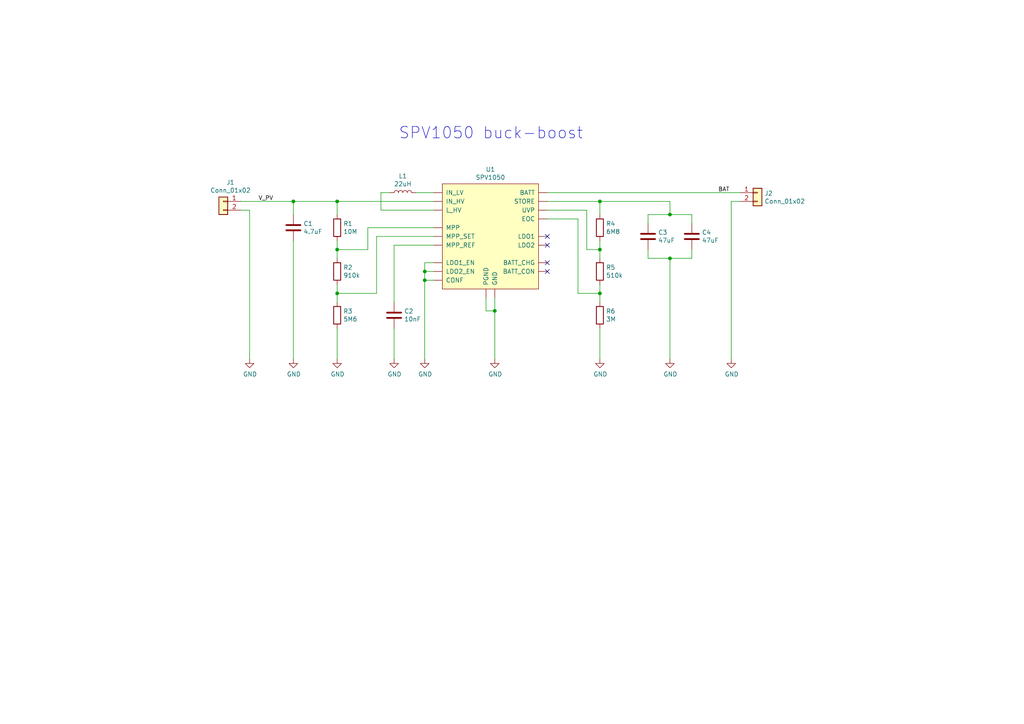
<source format=kicad_sch>
(kicad_sch (version 20211123) (generator eeschema)
  (paper "A4")
  (title_block (title "SPV1050 Solar Charger") (date "2022-01-21") (rev "1.0"))
  (lib_symbols
    (symbol "Connector_Generic:Conn_01x02" (pin_names (offset 1.016) hide)
      (property "Reference" "J" (at 0 2.54 0))
      (property "Value" "Conn_01x02" (at 0 -5.08 0))
      (symbol "Conn_01x02_1_1"
        (rectangle (start -1.27 -2.413) (end 0 -2.667) (stroke (width 0.1524)))
        (rectangle (start -1.27 0.127) (end 0 -0.127) (stroke (width 0.1524)))
        (rectangle (start -1.27 1.27) (end 1.27 -3.81) (stroke (width 0.254)) (fill (type background)))
        (pin passive line (at -5.08 0 0) (length 3.81) (name "Pin_1") (number "1"))
        (pin passive line (at -5.08 -2.54 0) (length 3.81) (name "Pin_2") (number "2"))
      )
    )
    (symbol "Device:C" (pin_numbers hide) (pin_names (offset 0.254))
      (property "Reference" "C" (at 0.635 2.54 0))
      (property "Value" "C" (at 0.635 -2.54 0))
      (symbol "C_0_1"
        (polyline (pts (xy -2.032 -0.762) (xy 2.032 -0.762)) (stroke (width 0.508)))
        (polyline (pts (xy -2.032 0.762) (xy 2.032 0.762)) (stroke (width 0.508)))
      )
      (symbol "C_1_1"
        (pin passive line (at 0 3.81 270) (length 2.794) (name "~") (number "1"))
        (pin passive line (at 0 -3.81 90) (length 2.794) (name "~") (number "2"))
      )
    )
    (symbol "Device:L" (pin_numbers hide) (pin_names (offset 1.016) hide)
      (property "Reference" "L" (at -1.27 0 90))
      (property "Value" "L" (at 1.905 0 90))
      (symbol "L_0_1"
        (arc (start 0 -2.54) (mid 0.635 -1.905) (end 0 -1.27))
        (arc (start 0 -1.27) (mid 0.635 -0.635) (end 0 0))
        (arc (start 0 0) (mid 0.635 0.635) (end 0 1.27))
        (arc (start 0 1.27) (mid 0.635 1.905) (end 0 2.54))
      )
      (symbol "L_1_1"
        (pin passive line (at 0 3.81 270) (length 1.27) (name "1") (number "1"))
        (pin passive line (at 0 -3.81 90) (length 1.27) (name "2") (number "2"))
      )
    )
    (symbol "Device:R" (pin_numbers hide) (pin_names (offset 0))
      (property "Reference" "R" (at 2.032 0 90))
      (property "Value" "R" (at 0 0 90))
      (symbol "R_0_1"
        (rectangle (start -1.016 -2.54) (end 1.016 2.54) (stroke (width 0.254)))
      )
      (symbol "R_1_1"
        (pin passive line (at 0 3.81 270) (length 1.27) (name "~") (number "1"))
        (pin passive line (at 0 -3.81 90) (length 1.27) (name "~") (number "2"))
      )
    )
    (symbol "jouni:SPV1050" (pin_numbers hide) (pin_names (offset 1.016))
      (property "Reference" "U" (at 0 0 0))
      (property "Value" "jouni_SPV1050" (at 0 10.16 0))
      (symbol "SPV1050_0_1"
        (rectangle (start -13.97 13.97) (end 13.97 -16.51) (fill (type background)))
      )
      (symbol "SPV1050_1_1"
        (pin input line (at -16.51 1.27 0) (length 2.54) (name "MPP") (number "1"))
        (pin input line (at 16.51 6.35 180) (length 2.54) (name "UVP") (number "10"))
        (pin input line (at 16.51 -1.27 180) (length 2.54) (name "LDO1") (number "11"))
        (pin input line (at 16.51 -3.81 180) (length 2.54) (name "LDO2") (number "12"))
        (pin input line (at -16.51 -13.97 0) (length 2.54) (name "CONF") (number "13"))
        (pin input line (at 16.51 11.43 180) (length 2.54) (name "BATT") (number "14"))
        (pin input line (at 16.51 8.89 180) (length 2.54) (name "STORE") (number "15"))
        (pin input line (at -16.51 11.43 0) (length 2.54) (name "IN_LV") (number "16"))
        (pin input line (at -1.27 -19.05 90) (length 2.54) (name "PGND") (number "18"))
        (pin input line (at -16.51 6.35 0) (length 2.54) (name "L_HV") (number "19"))
        (pin input line (at -16.51 -1.27 0) (length 2.54) (name "MPP_SET") (number "2"))
        (pin input line (at -16.51 8.89 0) (length 2.54) (name "IN_HV") (number "20"))
        (pin input line (at -16.51 -3.81 0) (length 2.54) (name "MPP_REF") (number "3"))
        (pin input line (at 1.27 -19.05 90) (length 2.54) (name "GND") (number "4"))
        (pin input line (at -16.51 -8.89 0) (length 2.54) (name "LDO1_EN") (number "5"))
        (pin input line (at -16.51 -11.43 0) (length 2.54) (name "LDO2_EN") (number "6"))
        (pin input line (at 16.51 -8.89 180) (length 2.54) (name "BATT_CHG") (number "7"))
        (pin input line (at 16.51 -11.43 180) (length 2.54) (name "BATT_CON") (number "8"))
        (pin input line (at 16.51 3.81 180) (length 2.54) (name "EOC") (number "9"))
      )
    )
    (symbol "power:GND" (power) (pin_names (offset 0))
      (property "Value" "GND" (at 0 -3.81 0))
      (symbol "GND_0_1"
        (polyline (pts (xy 0 0) (xy 0 -1.27) (xy 1.27 -1.27) (xy 0 -2.54) (xy -1.27 -1.27) (xy 0 -1.27)))
      )
      (symbol "GND_1_1"
        (pin power_in line (at 0 0 270) (length 0) hide (name "GND") (number "1"))
      )
    )
  )
  (junction (at 97.79 58.42))
  (junction (at 194.31 74.93))
  (junction (at 85.09 58.42))
  (junction (at 173.99 72.39))
  (junction (at 143.51 90.17))
  (junction (at 173.99 58.42))
  (junction (at 123.19 81.28))
  (junction (at 97.79 85.09))
  (junction (at 97.79 72.39))
  (junction (at 123.19 78.74))
  (junction (at 173.99 85.09))
  (junction (at 194.31 62.23))
  (no_connect (at 158.75 71.12))
  (no_connect (at 158.75 68.58))
  (no_connect (at 158.75 76.2))
  (no_connect (at 158.75 78.74))
  (wire (pts (xy 72.39 60.96) (xy 72.39 104.14)))
  (wire (pts (xy 173.99 72.39) (xy 173.99 74.93)))
  (wire (pts (xy 85.09 58.42) (xy 97.79 58.42)))
  (wire (pts (xy 140.97 86.36) (xy 140.97 90.17)))
  (wire (pts (xy 125.73 68.58) (xy 109.22 68.58)))
  (wire (pts (xy 97.79 87.63) (xy 97.79 85.09)))
  (wire (pts (xy 114.3 95.25) (xy 114.3 104.14)))
  (wire (pts (xy 194.31 74.93) (xy 200.66 74.93)))
  (wire (pts (xy 194.31 104.14) (xy 194.31 74.93)))
  (wire (pts (xy 123.19 81.28) (xy 123.19 78.74)))
  (wire (pts (xy 97.79 104.14) (xy 97.79 95.25)))
  (wire (pts (xy 187.96 62.23) (xy 187.96 64.77)))
  (wire (pts (xy 173.99 104.14) (xy 173.99 95.25)))
  (wire (pts (xy 140.97 90.17) (xy 143.51 90.17)))
  (wire (pts (xy 113.03 55.88) (xy 110.49 55.88)))
  (wire (pts (xy 97.79 85.09) (xy 109.22 85.09)))
  (wire (pts (xy 167.64 85.09) (xy 173.99 85.09)))
  (wire (pts (xy 97.79 58.42) (xy 125.73 58.42)))
  (wire (pts (xy 173.99 82.55) (xy 173.99 85.09)))
  (wire (pts (xy 214.63 58.42) (xy 212.09 58.42)))
  (wire (pts (xy 69.85 58.42) (xy 85.09 58.42)))
  (wire (pts (xy 173.99 69.85) (xy 173.99 72.39)))
  (wire (pts (xy 125.73 55.88) (xy 120.65 55.88)))
  (wire (pts (xy 173.99 62.23) (xy 173.99 58.42)))
  (wire (pts (xy 114.3 71.12) (xy 114.3 87.63)))
  (wire (pts (xy 110.49 60.96) (xy 125.73 60.96)))
  (wire (pts (xy 187.96 72.39) (xy 187.96 74.93)))
  (wire (pts (xy 125.73 66.04) (xy 106.68 66.04)))
  (wire (pts (xy 85.09 62.23) (xy 85.09 58.42)))
  (wire (pts (xy 173.99 85.09) (xy 173.99 87.63)))
  (wire (pts (xy 123.19 78.74) (xy 123.19 76.2)))
  (wire (pts (xy 143.51 90.17) (xy 143.51 104.14)))
  (wire (pts (xy 167.64 63.5) (xy 167.64 85.09)))
  (wire (pts (xy 173.99 58.42) (xy 194.31 58.42)))
  (wire (pts (xy 158.75 55.88) (xy 214.63 55.88)))
  (wire (pts (xy 97.79 69.85) (xy 97.79 72.39)))
  (wire (pts (xy 106.68 72.39) (xy 97.79 72.39)))
  (wire (pts (xy 194.31 58.42) (xy 194.31 62.23)))
  (wire (pts (xy 200.66 74.93) (xy 200.66 72.39)))
  (wire (pts (xy 106.68 66.04) (xy 106.68 72.39)))
  (wire (pts (xy 97.79 85.09) (xy 97.79 82.55)))
  (wire (pts (xy 125.73 81.28) (xy 123.19 81.28)))
  (wire (pts (xy 125.73 71.12) (xy 114.3 71.12)))
  (wire (pts (xy 200.66 62.23) (xy 200.66 64.77)))
  (wire (pts (xy 97.79 72.39) (xy 97.79 74.93)))
  (wire (pts (xy 187.96 74.93) (xy 194.31 74.93)))
  (wire (pts (xy 170.18 60.96) (xy 170.18 72.39)))
  (wire (pts (xy 110.49 55.88) (xy 110.49 60.96)))
  (wire (pts (xy 158.75 60.96) (xy 170.18 60.96)))
  (wire (pts (xy 125.73 78.74) (xy 123.19 78.74)))
  (wire (pts (xy 158.75 58.42) (xy 173.99 58.42)))
  (wire (pts (xy 170.18 72.39) (xy 173.99 72.39)))
  (wire (pts (xy 97.79 58.42) (xy 97.79 62.23)))
  (wire (pts (xy 143.51 90.17) (xy 143.51 86.36)))
  (wire (pts (xy 123.19 76.2) (xy 125.73 76.2)))
  (wire (pts (xy 212.09 58.42) (xy 212.09 104.14)))
  (wire (pts (xy 123.19 104.14) (xy 123.19 81.28)))
  (wire (pts (xy 69.85 60.96) (xy 72.39 60.96)))
  (wire (pts (xy 85.09 69.85) (xy 85.09 104.14)))
  (wire (pts (xy 194.31 62.23) (xy 187.96 62.23)))
  (wire (pts (xy 194.31 62.23) (xy 200.66 62.23)))
  (wire (pts (xy 109.22 68.58) (xy 109.22 85.09)))
  (wire (pts (xy 158.75 63.5) (xy 167.64 63.5)))
  (text "SPV1050 buck-boost" (at 115.57 40.64 0) (effects (font (size 3.302 3.302)) (justify left bottom)))
  (label "BAT" (at 208.28 55.88 0) (effects (font (size 1.1938 1.1938))))
  (label "V_PV" (at 74.93 58.42 0) (effects (font (size 1.1938 1.1938))))
  (symbol (lib_id "jouni:SPV1050") (at 142.24 67.31 0) (unit 1)
    (property "Reference" "U1" (at 142.24 49.149 0))
    (property "Value" "SPV1050" (at 142.24 51.4604 0))
    (property "Footprint" "jouni:UQFN-20-1EP_3x3mm_P0.4mm_EP1.85x1.85mm_handsolder" (effects hide))
  )
  (symbol (lib_id "Connector_Generic:Conn_01x02") (at 64.77 58.42 0) (mirror y) (unit 1)
    (property "Reference" "J1" (at 66.8528 52.9082 0))
    (property "Value" "Conn_01x02" (at 66.8528 55.2196 0))
    (property "Footprint" "Connector_JST:JST_PH_S2B-PH-K_1x02_P2.00mm_Horizontal" (effects hide))
  )
  (symbol (lib_id "Connector_Generic:Conn_01x02") (at 219.71 55.88 0) (unit 1)
    (property "Reference" "J2" (at 221.742 56.0832 0) (effects (justify left)))
    (property "Value" "Conn_01x02" (at 221.742 58.3946 0) (effects (justify left)))
    (property "Footprint" "Connector_JST:JST_PH_S2B-PH-K_1x02_P2.00mm_Horizontal" (effects hide))
  )
  (symbol (lib_id "Device:R") (at 97.79 66.04 0) (unit 1)
    (property "Reference" "R1" (at 99.568 64.8716 0) (effects (justify left)))
    (property "Value" "10M" (at 99.568 67.183 0) (effects (justify left)))
    (property "Footprint" "Resistor_SMD:R_0805_2012Metric" (effects hide))
  )
  (symbol (lib_id "Device:R") (at 97.79 78.74 0) (unit 1)
    (property "Reference" "R2" (at 99.568 77.5716 0) (effects (justify left)))
    (property "Value" "910k" (at 99.568 79.883 0) (effects (justify left)))
    (property "Footprint" "Resistor_SMD:R_0805_2012Metric" (effects hide))
  )
  (symbol (lib_id "Device:R") (at 97.79 91.44 0) (unit 1)
    (property "Reference" "R3" (at 99.568 90.2716 0) (effects (justify left)))
    (property "Value" "5M6" (at 99.568 92.583 0) (effects (justify left)))
    (property "Footprint" "Resistor_SMD:R_0805_2012Metric" (effects hide))
  )
  (symbol (lib_id "Device:R") (at 173.99 66.04 0) (unit 1)
    (property "Reference" "R4" (at 175.768 64.8716 0) (effects (justify left)))
    (property "Value" "6M8" (at 175.768 67.183 0) (effects (justify left)))
    (property "Footprint" "Resistor_SMD:R_0805_2012Metric" (effects hide))
  )
  (symbol (lib_id "Device:R") (at 173.99 78.74 0) (unit 1)
    (property "Reference" "R5" (at 175.768 77.5716 0) (effects (justify left)))
    (property "Value" "510k" (at 175.768 79.883 0) (effects (justify left)))
    (property "Footprint" "Resistor_SMD:R_0805_2012Metric" (effects hide))
  )
  (symbol (lib_id "Device:R") (at 173.99 91.44 0) (unit 1)
    (property "Reference" "R6" (at 175.768 90.2716 0) (effects (justify left)))
    (property "Value" "3M" (at 175.768 92.583 0) (effects (justify left)))
    (property "Footprint" "Resistor_SMD:R_0805_2012Metric" (effects hide))
  )
  (symbol (lib_id "Device:L") (at 116.84 55.88 90) (unit 1)
    (property "Reference" "L1" (at 116.84 51.054 90))
    (property "Value" "22uH" (at 116.84 53.3654 90))
    (property "Footprint" "jouni:CD43" (effects hide))
  )
  (symbol (lib_id "Device:C") (at 85.09 66.04 0) (unit 1)
    (property "Reference" "C1" (at 88.011 64.8716 0) (effects (justify left)))
    (property "Value" "4.7uF" (at 88.011 67.183 0) (effects (justify left)))
    (property "Footprint" "Capacitor_SMD:C_0805_2012Metric" (effects hide))
  )
  (symbol (lib_id "Device:C") (at 114.3 91.44 0) (unit 1)
    (property "Reference" "C2" (at 117.221 90.2716 0) (effects (justify left)))
    (property "Value" "10nF" (at 117.221 92.583 0) (effects (justify left)))
    (property "Footprint" "Capacitor_SMD:C_0805_2012Metric" (effects hide))
  )
  (symbol (lib_id "Device:C") (at 187.96 68.58 0) (unit 1)
    (property "Reference" "C3" (at 190.881 67.4116 0) (effects (justify left)))
    (property "Value" "47uF" (at 190.881 69.723 0) (effects (justify left)))
    (property "Footprint" "Capacitor_SMD:C_0805_2012Metric" (effects hide))
  )
  (symbol (lib_id "Device:C") (at 200.66 68.58 0) (unit 1)
    (property "Reference" "C4" (at 203.581 67.4116 0) (effects (justify left)))
    (property "Value" "47uF" (at 203.581 69.723 0) (effects (justify left)))
    (property "Footprint" "Capacitor_SMD:C_0805_2012Metric" (effects hide))
  )
  (symbol (lib_id "power:GND") (at 85.09 104.14 0) (unit 1)
    (property "Reference" "#PWR02" (effects hide))
    (property "Value" "GND" (at 85.217 108.5342 0))
  )
  (symbol (lib_id "power:GND") (at 97.79 104.14 0) (unit 1)
    (property "Reference" "#PWR03" (effects hide))
    (property "Value" "GND" (at 97.917 108.5342 0))
  )
  (symbol (lib_id "power:GND") (at 114.3 104.14 0) (unit 1)
    (property "Reference" "#PWR04" (effects hide))
    (property "Value" "GND" (at 114.427 108.5342 0))
  )
  (symbol (lib_id "power:GND") (at 123.19 104.14 0) (unit 1)
    (property "Reference" "#PWR05" (effects hide))
    (property "Value" "GND" (at 123.317 108.5342 0))
  )
  (symbol (lib_id "power:GND") (at 72.39 104.14 0) (unit 1)
    (property "Reference" "#PWR01" (effects hide))
    (property "Value" "GND" (at 72.517 108.5342 0))
  )
  (symbol (lib_id "power:GND") (at 143.51 104.14 0) (unit 1)
    (property "Reference" "#PWR06" (effects hide))
    (property "Value" "GND" (at 143.637 108.5342 0))
  )
  (symbol (lib_id "power:GND") (at 173.99 104.14 0) (unit 1)
    (property "Reference" "#PWR07" (effects hide))
    (property "Value" "GND" (at 174.117 108.5342 0))
  )
  (symbol (lib_id "power:GND") (at 194.31 104.14 0) (unit 1)
    (property "Reference" "#PWR08" (effects hide))
    (property "Value" "GND" (at 194.437 108.5342 0))
  )
  (symbol (lib_id "power:GND") (at 212.09 104.14 0) (unit 1)
    (property "Reference" "#PWR09" (effects hide))
    (property "Value" "GND" (at 212.217 108.5342 0))
  )
)
</source>
